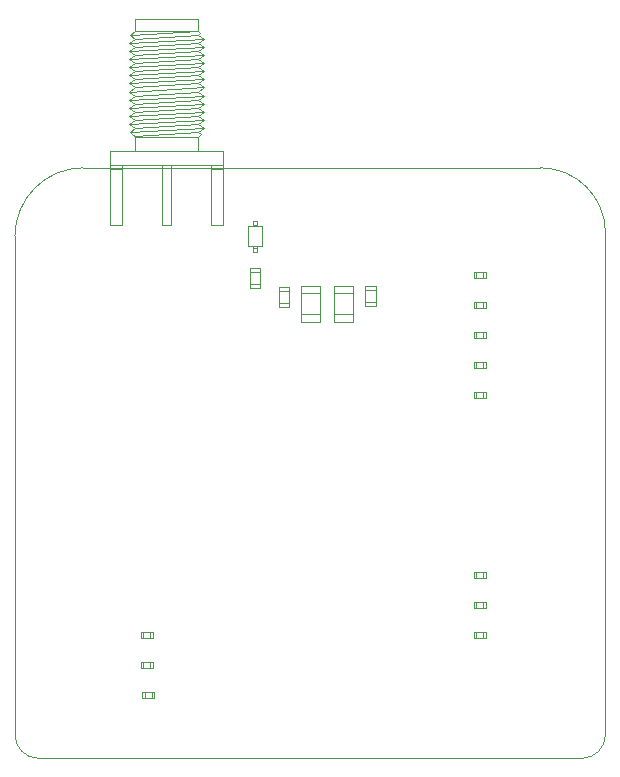
<source format=gm1>
%FSLAX25Y25*%
%MOIN*%
G70*
G01*
G75*
G04 Layer_Color=16711935*
%ADD10C,0.03937*%
G04:AMPARAMS|DCode=11|XSize=19.69mil|YSize=31.5mil|CornerRadius=0.98mil|HoleSize=0mil|Usage=FLASHONLY|Rotation=180.000|XOffset=0mil|YOffset=0mil|HoleType=Round|Shape=RoundedRectangle|*
%AMROUNDEDRECTD11*
21,1,0.01969,0.02953,0,0,180.0*
21,1,0.01772,0.03150,0,0,180.0*
1,1,0.00197,-0.00886,0.01476*
1,1,0.00197,0.00886,0.01476*
1,1,0.00197,0.00886,-0.01476*
1,1,0.00197,-0.00886,-0.01476*
%
%ADD11ROUNDEDRECTD11*%
G04:AMPARAMS|DCode=12|XSize=35.43mil|YSize=39.37mil|CornerRadius=1.77mil|HoleSize=0mil|Usage=FLASHONLY|Rotation=270.000|XOffset=0mil|YOffset=0mil|HoleType=Round|Shape=RoundedRectangle|*
%AMROUNDEDRECTD12*
21,1,0.03543,0.03583,0,0,270.0*
21,1,0.03189,0.03937,0,0,270.0*
1,1,0.00354,-0.01791,-0.01595*
1,1,0.00354,-0.01791,0.01595*
1,1,0.00354,0.01791,0.01595*
1,1,0.00354,0.01791,-0.01595*
%
%ADD12ROUNDEDRECTD12*%
G04:AMPARAMS|DCode=13|XSize=19.69mil|YSize=23.62mil|CornerRadius=0.98mil|HoleSize=0mil|Usage=FLASHONLY|Rotation=0.000|XOffset=0mil|YOffset=0mil|HoleType=Round|Shape=RoundedRectangle|*
%AMROUNDEDRECTD13*
21,1,0.01969,0.02165,0,0,0.0*
21,1,0.01772,0.02362,0,0,0.0*
1,1,0.00197,0.00886,-0.01083*
1,1,0.00197,-0.00886,-0.01083*
1,1,0.00197,-0.00886,0.01083*
1,1,0.00197,0.00886,0.01083*
%
%ADD13ROUNDEDRECTD13*%
G04:AMPARAMS|DCode=14|XSize=47.24mil|YSize=70.87mil|CornerRadius=4.72mil|HoleSize=0mil|Usage=FLASHONLY|Rotation=270.000|XOffset=0mil|YOffset=0mil|HoleType=Round|Shape=RoundedRectangle|*
%AMROUNDEDRECTD14*
21,1,0.04724,0.06142,0,0,270.0*
21,1,0.03780,0.07087,0,0,270.0*
1,1,0.00945,-0.03071,-0.01890*
1,1,0.00945,-0.03071,0.01890*
1,1,0.00945,0.03071,0.01890*
1,1,0.00945,0.03071,-0.01890*
%
%ADD14ROUNDEDRECTD14*%
G04:AMPARAMS|DCode=15|XSize=196.85mil|YSize=78.74mil|CornerRadius=3.94mil|HoleSize=0mil|Usage=FLASHONLY|Rotation=270.000|XOffset=0mil|YOffset=0mil|HoleType=Round|Shape=RoundedRectangle|*
%AMROUNDEDRECTD15*
21,1,0.19685,0.07087,0,0,270.0*
21,1,0.18898,0.07874,0,0,270.0*
1,1,0.00787,-0.03543,-0.09449*
1,1,0.00787,-0.03543,0.09449*
1,1,0.00787,0.03543,0.09449*
1,1,0.00787,0.03543,-0.09449*
%
%ADD15ROUNDEDRECTD15*%
%ADD16C,0.01969*%
%ADD17R,0.05906X0.05906*%
%ADD18C,0.05906*%
%ADD19R,0.05906X0.05906*%
%ADD20C,0.17500*%
%ADD21C,0.05000*%
G04:AMPARAMS|DCode=22|XSize=196.85mil|YSize=39.37mil|CornerRadius=1.97mil|HoleSize=0mil|Usage=FLASHONLY|Rotation=270.000|XOffset=0mil|YOffset=0mil|HoleType=Round|Shape=RoundedRectangle|*
%AMROUNDEDRECTD22*
21,1,0.19685,0.03543,0,0,270.0*
21,1,0.19291,0.03937,0,0,270.0*
1,1,0.00394,-0.01772,-0.09646*
1,1,0.00394,-0.01772,0.09646*
1,1,0.00394,0.01772,0.09646*
1,1,0.00394,0.01772,-0.09646*
%
%ADD22ROUNDEDRECTD22*%
G04:AMPARAMS|DCode=23|XSize=118.11mil|YSize=59.06mil|CornerRadius=2.95mil|HoleSize=0mil|Usage=FLASHONLY|Rotation=270.000|XOffset=0mil|YOffset=0mil|HoleType=Round|Shape=RoundedRectangle|*
%AMROUNDEDRECTD23*
21,1,0.11811,0.05315,0,0,270.0*
21,1,0.11221,0.05906,0,0,270.0*
1,1,0.00591,-0.02658,-0.05610*
1,1,0.00591,-0.02658,0.05610*
1,1,0.00591,0.02658,0.05610*
1,1,0.00591,0.02658,-0.05610*
%
%ADD23ROUNDEDRECTD23*%
%ADD24C,0.01575*%
%ADD25C,0.00787*%
%ADD26C,0.00394*%
%ADD27C,0.00492*%
%ADD28C,0.00100*%
%ADD29C,0.01000*%
G04:AMPARAMS|DCode=30|XSize=27.56mil|YSize=39.37mil|CornerRadius=4.92mil|HoleSize=0mil|Usage=FLASHONLY|Rotation=180.000|XOffset=0mil|YOffset=0mil|HoleType=Round|Shape=RoundedRectangle|*
%AMROUNDEDRECTD30*
21,1,0.02756,0.02953,0,0,180.0*
21,1,0.01772,0.03937,0,0,180.0*
1,1,0.00984,-0.00886,0.01476*
1,1,0.00984,0.00886,0.01476*
1,1,0.00984,0.00886,-0.01476*
1,1,0.00984,-0.00886,-0.01476*
%
%ADD30ROUNDEDRECTD30*%
G04:AMPARAMS|DCode=31|XSize=41.34mil|YSize=45.28mil|CornerRadius=4.72mil|HoleSize=0mil|Usage=FLASHONLY|Rotation=270.000|XOffset=0mil|YOffset=0mil|HoleType=Round|Shape=RoundedRectangle|*
%AMROUNDEDRECTD31*
21,1,0.04134,0.03583,0,0,270.0*
21,1,0.03189,0.04528,0,0,270.0*
1,1,0.00945,-0.01791,-0.01595*
1,1,0.00945,-0.01791,0.01595*
1,1,0.00945,0.01791,0.01595*
1,1,0.00945,0.01791,-0.01595*
%
%ADD31ROUNDEDRECTD31*%
G04:AMPARAMS|DCode=32|XSize=25.59mil|YSize=29.53mil|CornerRadius=3.94mil|HoleSize=0mil|Usage=FLASHONLY|Rotation=0.000|XOffset=0mil|YOffset=0mil|HoleType=Round|Shape=RoundedRectangle|*
%AMROUNDEDRECTD32*
21,1,0.02559,0.02165,0,0,0.0*
21,1,0.01772,0.02953,0,0,0.0*
1,1,0.00787,0.00886,-0.01083*
1,1,0.00787,-0.00886,-0.01083*
1,1,0.00787,-0.00886,0.01083*
1,1,0.00787,0.00886,0.01083*
%
%ADD32ROUNDEDRECTD32*%
G04:AMPARAMS|DCode=33|XSize=53.15mil|YSize=76.77mil|CornerRadius=7.68mil|HoleSize=0mil|Usage=FLASHONLY|Rotation=270.000|XOffset=0mil|YOffset=0mil|HoleType=Round|Shape=RoundedRectangle|*
%AMROUNDEDRECTD33*
21,1,0.05315,0.06142,0,0,270.0*
21,1,0.03780,0.07677,0,0,270.0*
1,1,0.01535,-0.03071,-0.01890*
1,1,0.01535,-0.03071,0.01890*
1,1,0.01535,0.03071,0.01890*
1,1,0.01535,0.03071,-0.01890*
%
%ADD33ROUNDEDRECTD33*%
G04:AMPARAMS|DCode=34|XSize=202.76mil|YSize=84.65mil|CornerRadius=6.89mil|HoleSize=0mil|Usage=FLASHONLY|Rotation=270.000|XOffset=0mil|YOffset=0mil|HoleType=Round|Shape=RoundedRectangle|*
%AMROUNDEDRECTD34*
21,1,0.20276,0.07087,0,0,270.0*
21,1,0.18898,0.08465,0,0,270.0*
1,1,0.01378,-0.03543,-0.09449*
1,1,0.01378,-0.03543,0.09449*
1,1,0.01378,0.03543,0.09449*
1,1,0.01378,0.03543,-0.09449*
%
%ADD34ROUNDEDRECTD34*%
%ADD35R,0.06706X0.06706*%
%ADD36C,0.06706*%
%ADD37R,0.06706X0.06706*%
%ADD38C,0.18300*%
%ADD39C,0.05800*%
G04:AMPARAMS|DCode=40|XSize=202.76mil|YSize=45.28mil|CornerRadius=4.92mil|HoleSize=0mil|Usage=FLASHONLY|Rotation=270.000|XOffset=0mil|YOffset=0mil|HoleType=Round|Shape=RoundedRectangle|*
%AMROUNDEDRECTD40*
21,1,0.20276,0.03543,0,0,270.0*
21,1,0.19291,0.04528,0,0,270.0*
1,1,0.00984,-0.01772,-0.09646*
1,1,0.00984,-0.01772,0.09646*
1,1,0.00984,0.01772,0.09646*
1,1,0.00984,0.01772,-0.09646*
%
%ADD40ROUNDEDRECTD40*%
G04:AMPARAMS|DCode=41|XSize=124.02mil|YSize=64.96mil|CornerRadius=5.91mil|HoleSize=0mil|Usage=FLASHONLY|Rotation=270.000|XOffset=0mil|YOffset=0mil|HoleType=Round|Shape=RoundedRectangle|*
%AMROUNDEDRECTD41*
21,1,0.12402,0.05315,0,0,270.0*
21,1,0.11221,0.06496,0,0,270.0*
1,1,0.01181,-0.02658,-0.05610*
1,1,0.01181,-0.02658,0.05610*
1,1,0.01181,0.02658,0.05610*
1,1,0.01181,0.02658,-0.05610*
%
%ADD41ROUNDEDRECTD41*%
%ADD42C,0.00098*%
%ADD43C,0.00197*%
D26*
X79409Y168882D02*
Y170653D01*
X80590Y168882D02*
Y170653D01*
X79409Y168882D02*
X80590D01*
X79409Y179118D02*
X80590D01*
X79409Y177347D02*
Y179118D01*
X80590Y177347D02*
Y179118D01*
X77539Y170653D02*
Y177347D01*
X82461D01*
Y170653D02*
Y177347D01*
X77539Y170653D02*
X82461D01*
X78228Y158031D02*
X81772D01*
X78228Y161969D02*
X81772D01*
X78228Y163347D02*
X81772D01*
Y156653D02*
Y163347D01*
X78228Y156653D02*
X81772D01*
X78228D02*
Y163347D01*
X41933Y40016D02*
Y42181D01*
X46067D01*
Y40016D02*
Y42181D01*
X41933Y40016D02*
X46067D01*
X45181D02*
Y42181D01*
X42819Y40016D02*
Y42181D01*
X41933Y30016D02*
Y32181D01*
X46067D01*
Y30016D02*
Y32181D01*
X41933Y30016D02*
X46067D01*
X45181D02*
Y32181D01*
X42819Y30016D02*
Y32181D01*
X42333Y20016D02*
Y22181D01*
X46467D01*
Y20016D02*
Y22181D01*
X42333Y20016D02*
X46467D01*
X45581D02*
Y22181D01*
X43219Y20016D02*
Y22181D01*
X157067Y60016D02*
Y62181D01*
X152933Y60016D02*
X157067D01*
X152933D02*
Y62181D01*
X157067D01*
X153819Y60016D02*
Y62181D01*
X156181Y60016D02*
Y62181D01*
X157067Y50016D02*
Y52181D01*
X152933Y50016D02*
X157067D01*
X152933D02*
Y52181D01*
X157067D01*
X153819Y50016D02*
Y52181D01*
X156181Y50016D02*
Y52181D01*
X157067Y40016D02*
Y42181D01*
X152933Y40016D02*
X157067D01*
X152933D02*
Y42181D01*
X157067D01*
X153819Y40016D02*
Y42181D01*
X156181Y40016D02*
Y42181D01*
X157067Y160016D02*
Y162181D01*
X152933Y160016D02*
X157067D01*
X152933D02*
Y162181D01*
X157067D01*
X153819Y160016D02*
Y162181D01*
X156181Y160016D02*
Y162181D01*
X157067Y150016D02*
Y152181D01*
X152933Y150016D02*
X157067D01*
X152933D02*
Y152181D01*
X157067D01*
X153819Y150016D02*
Y152181D01*
X156181Y150016D02*
Y152181D01*
X157067Y140016D02*
Y142181D01*
X152933Y140016D02*
X157067D01*
X152933D02*
Y142181D01*
X157067D01*
X153819Y140016D02*
Y142181D01*
X156181Y140016D02*
Y142181D01*
X157067Y130016D02*
Y132181D01*
X152933Y130016D02*
X157067D01*
X152933D02*
Y132181D01*
X157067D01*
X153819Y130016D02*
Y132181D01*
X156181Y130016D02*
Y132181D01*
X157067Y120016D02*
Y122181D01*
X152933Y120016D02*
X157067D01*
X152933D02*
Y122181D01*
X157067D01*
X153819Y120016D02*
Y122181D01*
X156181Y120016D02*
Y122181D01*
X116728Y150654D02*
Y157346D01*
Y150654D02*
X120272D01*
Y157346D01*
X116728D02*
X120272D01*
X116728Y155968D02*
X120272D01*
X116728Y152032D02*
X120272D01*
X95449Y157602D02*
X101551D01*
X95449Y145398D02*
Y157602D01*
Y145398D02*
X101551D01*
Y157602D01*
X95449Y155043D02*
X101551D01*
X95449Y147957D02*
X101551D01*
X106449Y157602D02*
X112551D01*
X106449Y145398D02*
Y157602D01*
Y145398D02*
X112551D01*
Y157602D01*
X106449Y155043D02*
X112551D01*
X106449Y147957D02*
X112551D01*
X87928Y150453D02*
Y157147D01*
Y150453D02*
X91472D01*
Y157147D01*
X87928D02*
X91472D01*
X87928Y155769D02*
X91472D01*
X87928Y151831D02*
X91472D01*
X38324Y208873D02*
X39279Y207917D01*
X60933Y207130D02*
X61882Y208078D01*
X39921Y207276D02*
X40067Y207130D01*
X60933D01*
X40067Y202406D02*
Y207130D01*
X60933Y202406D02*
Y207130D01*
Y208730D02*
X61882Y208078D01*
X39921Y207276D02*
X40067Y207376D01*
X58377Y207130D02*
X61081Y207278D01*
X60933Y211437D02*
X62902Y210084D01*
X60933Y208730D02*
X62902Y210084D01*
X39279Y207917D02*
X40067Y207376D01*
X38317Y208880D02*
X40067Y210083D01*
X38448Y208749D02*
X62902Y210084D01*
X40067Y207376D02*
X60933Y208730D01*
Y214144D02*
X62902Y212790D01*
X60933Y211437D02*
X62902Y212790D01*
X38098Y211436D02*
X40067Y210083D01*
X38098Y211436D02*
X40067Y212789D01*
X38098Y211436D02*
X62902Y212790D01*
X40067Y210083D02*
X60933Y211437D01*
Y216850D02*
X62902Y215497D01*
X60933Y214144D02*
X62902Y215497D01*
X38098Y214143D02*
X40067Y212789D01*
X38098Y214143D02*
X40067Y215496D01*
X38098Y214143D02*
X62902Y215497D01*
X40067Y212789D02*
X60933Y214144D01*
X31760Y196500D02*
X35776D01*
X31760Y197681D02*
X69240D01*
Y196500D02*
Y202406D01*
X31760Y202406D02*
X69240D01*
X31760Y196500D02*
Y202406D01*
X40067Y242563D02*
X60933D01*
X61734Y241762D01*
X38463Y240959D02*
X40067Y242563D01*
Y246500D01*
X60933Y242563D02*
Y246500D01*
X40067D02*
X60933D01*
Y241211D02*
X61734Y241762D01*
X38463Y240959D02*
X40067Y239856D01*
X38749Y241245D02*
X61034Y242462D01*
X60933Y241211D02*
X62902Y239857D01*
X60933Y238504D02*
X62902Y239857D01*
X38098Y238503D02*
X40067Y237150D01*
X38098Y238503D02*
X40067Y239856D01*
X60933Y241211D01*
X38098Y238503D02*
X62902Y239857D01*
X60933Y238504D02*
X62902Y237151D01*
X60933Y235797D02*
X62902Y237151D01*
X38098Y235796D02*
X40067Y234443D01*
X38098Y235796D02*
X40067Y237150D01*
X60933Y238504D01*
X38098Y235796D02*
X62902Y237151D01*
X60933Y235797D02*
X62902Y234444D01*
X60933Y233091D02*
X62902Y234444D01*
X38098Y233090D02*
X40067Y231736D01*
X38098Y233090D02*
X40067Y234443D01*
X60933Y235797D01*
X38098Y233090D02*
X62902Y234444D01*
X60933Y233091D02*
X62902Y231737D01*
X60933Y230384D02*
X62902Y231737D01*
X38098Y230383D02*
X40067Y229030D01*
X38098Y230383D02*
X40067Y231736D01*
X60933Y233091D01*
X38098Y230383D02*
X62902Y231737D01*
X60933Y230384D02*
X62902Y229030D01*
X60933Y227677D02*
X62902Y229030D01*
X38098Y227676D02*
X40067Y226323D01*
X38098Y227676D02*
X40067Y229030D01*
X60933Y230384D01*
X38098Y227676D02*
X62902Y229030D01*
X60933Y227677D02*
X62902Y226324D01*
X60933Y224971D02*
X62902Y226324D01*
X38098Y224970D02*
X40067Y223616D01*
X38098Y224970D02*
X40067Y226323D01*
X60933Y227677D01*
X38098Y224970D02*
X62902Y226324D01*
X60933Y224971D02*
X62902Y223617D01*
X60933Y222264D02*
X62902Y223617D01*
X38098Y222263D02*
X40067Y220910D01*
X38098Y222263D02*
X40067Y223616D01*
X60933Y224971D01*
X38098Y222263D02*
X62902Y223617D01*
X60933Y222264D02*
X62902Y220910D01*
X60933Y219557D02*
X62902Y220910D01*
X38098Y219556D02*
X40067Y218203D01*
X38098Y219556D02*
X40067Y220910D01*
X60933Y222264D01*
X38098Y219556D02*
X62902Y220910D01*
X60933Y216850D02*
X62902Y218204D01*
X60933Y219557D02*
X62902Y218204D01*
X38098Y216849D02*
X40067Y218203D01*
X38098Y216849D02*
X40067Y215496D01*
X38098Y216849D02*
X62902Y218204D01*
X40067Y218203D02*
X60933Y219557D01*
X40067Y215496D02*
X60933Y216850D01*
X65224Y177799D02*
X69240D01*
X49004D02*
X51996D01*
Y197681D01*
X49004Y177799D02*
Y197681D01*
X65224Y177799D02*
Y197681D01*
X35776Y177799D02*
Y197681D01*
X31760Y177799D02*
X35776D01*
X65224Y196500D02*
X69240D01*
Y177799D02*
Y196500D01*
X31760Y177799D02*
Y196500D01*
D42*
X22787Y196850D02*
G03*
X0Y174063I0J-22787D01*
G01*
X196850Y175169D02*
G03*
X175169Y196850I-21682J0D01*
G01*
X188976Y0D02*
G03*
X196850Y7874I0J7874D01*
G01*
X0D02*
G03*
X7874Y0I7874J0D01*
G01*
X22787Y196850D02*
X175169D01*
X196850Y7874D02*
Y175169D01*
X0Y7874D02*
Y174063D01*
X7874Y0D02*
X188976D01*
D43*
X79409Y170260D02*
X80590D01*
X79409Y177740D02*
X80590D01*
M02*

</source>
